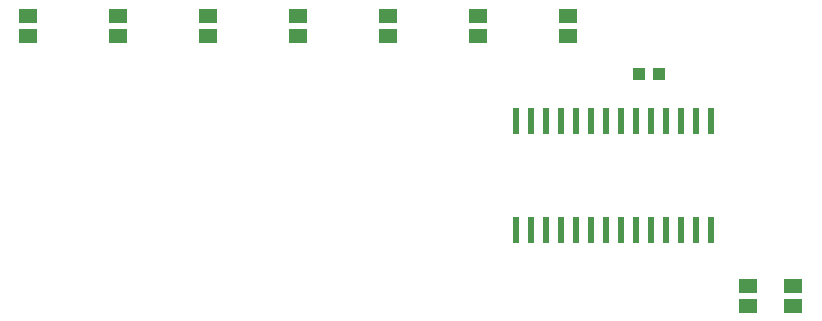
<source format=gtp>
G75*
G70*
%OFA0B0*%
%FSLAX24Y24*%
%IPPOS*%
%LPD*%
%AMOC8*
5,1,8,0,0,1.08239X$1,22.5*
%
%ADD10R,0.0236X0.0866*%
%ADD11R,0.0591X0.0512*%
%ADD12R,0.0433X0.0394*%
D10*
X018244Y003790D03*
X018744Y003790D03*
X019244Y003790D03*
X019744Y003790D03*
X020244Y003790D03*
X020744Y003790D03*
X021244Y003790D03*
X021744Y003790D03*
X022244Y003790D03*
X022744Y003790D03*
X023244Y003790D03*
X023744Y003790D03*
X024244Y003790D03*
X024744Y003790D03*
X024744Y007412D03*
X024244Y007412D03*
X023744Y007412D03*
X023244Y007412D03*
X022744Y007412D03*
X022244Y007412D03*
X021744Y007412D03*
X021244Y007412D03*
X020744Y007412D03*
X020244Y007412D03*
X019744Y007412D03*
X019244Y007412D03*
X018744Y007412D03*
X018244Y007412D03*
D11*
X016994Y010266D03*
X016994Y010935D03*
X019994Y010935D03*
X019994Y010266D03*
X013994Y010266D03*
X013994Y010935D03*
X010994Y010935D03*
X010994Y010266D03*
X007994Y010266D03*
X007994Y010935D03*
X004994Y010935D03*
X004994Y010266D03*
X001994Y010266D03*
X001994Y010935D03*
X025994Y001935D03*
X025994Y001266D03*
X027494Y001266D03*
X027494Y001935D03*
D12*
X023029Y009001D03*
X022359Y009001D03*
M02*

</source>
